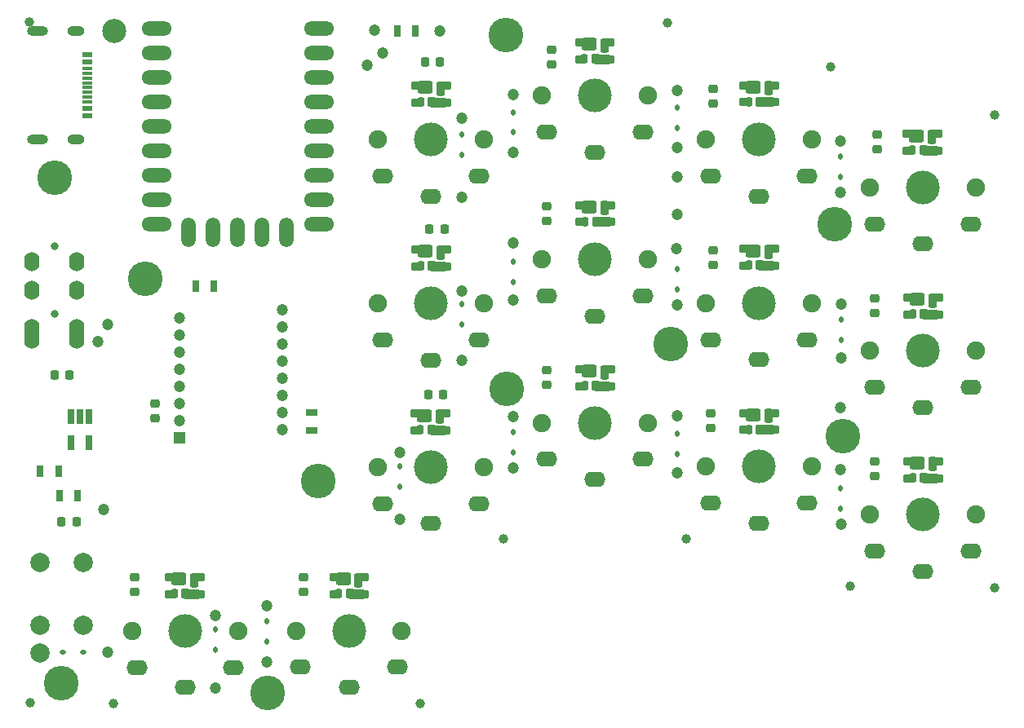
<source format=gbr>
%TF.GenerationSoftware,KiCad,Pcbnew,7.0.2*%
%TF.CreationDate,2024-03-22T10:09:10-05:00*%
%TF.ProjectId,02_capsule5_right,30325f63-6170-4737-956c-65355f726967,v1.0.0*%
%TF.SameCoordinates,Original*%
%TF.FileFunction,Soldermask,Bot*%
%TF.FilePolarity,Negative*%
%FSLAX46Y46*%
G04 Gerber Fmt 4.6, Leading zero omitted, Abs format (unit mm)*
G04 Created by KiCad (PCBNEW 7.0.2) date 2024-03-22 10:09:10*
%MOMM*%
%LPD*%
G01*
G04 APERTURE LIST*
G04 Aperture macros list*
%AMRoundRect*
0 Rectangle with rounded corners*
0 $1 Rounding radius*
0 $2 $3 $4 $5 $6 $7 $8 $9 X,Y pos of 4 corners*
0 Add a 4 corners polygon primitive as box body*
4,1,4,$2,$3,$4,$5,$6,$7,$8,$9,$2,$3,0*
0 Add four circle primitives for the rounded corners*
1,1,$1+$1,$2,$3*
1,1,$1+$1,$4,$5*
1,1,$1+$1,$6,$7*
1,1,$1+$1,$8,$9*
0 Add four rect primitives between the rounded corners*
20,1,$1+$1,$2,$3,$4,$5,0*
20,1,$1+$1,$4,$5,$6,$7,0*
20,1,$1+$1,$6,$7,$8,$9,0*
20,1,$1+$1,$8,$9,$2,$3,0*%
G04 Aperture macros list end*
%ADD10C,2.500000*%
%ADD11C,1.200000*%
%ADD12C,2.000000*%
%ADD13O,3.130000X1.500000*%
%ADD14O,1.500000X3.090000*%
%ADD15C,0.400000*%
%ADD16C,3.600000*%
%ADD17R,1.200000X1.200000*%
%ADD18RoundRect,0.225000X0.250000X-0.225000X0.250000X0.225000X-0.250000X0.225000X-0.250000X-0.225000X0*%
%ADD19RoundRect,0.112500X-0.112500X0.187500X-0.112500X-0.187500X0.112500X-0.187500X0.112500X0.187500X0*%
%ADD20C,1.900000*%
%ADD21C,3.500000*%
%ADD22O,2.200000X1.600000*%
%ADD23C,1.000000*%
%ADD24R,1.300000X0.700000*%
%ADD25RoundRect,0.225000X0.225000X0.250000X-0.225000X0.250000X-0.225000X-0.250000X0.225000X-0.250000X0*%
%ADD26R,0.700000X1.300000*%
%ADD27C,0.800000*%
%ADD28O,1.600000X2.000000*%
%ADD29RoundRect,0.219550X0.125450X0.275450X-0.125450X0.275450X-0.125450X-0.275450X0.125450X-0.275450X0*%
%ADD30RoundRect,0.219750X0.300250X0.225250X-0.300250X0.225250X-0.300250X-0.225250X0.300250X-0.225250X0*%
%ADD31RoundRect,0.220000X0.575000X0.425000X-0.575000X0.425000X-0.575000X-0.425000X0.575000X-0.425000X0*%
%ADD32RoundRect,0.232500X0.212500X0.512500X-0.212500X0.512500X-0.212500X-0.512500X0.212500X-0.512500X0*%
%ADD33RoundRect,0.020000X0.800000X0.425000X-0.800000X0.425000X-0.800000X-0.425000X0.800000X-0.425000X0*%
%ADD34RoundRect,0.225625X0.231875X0.269375X-0.231875X0.269375X-0.231875X-0.269375X0.231875X-0.269375X0*%
%ADD35RoundRect,0.225000X-0.250000X0.225000X-0.250000X-0.225000X0.250000X-0.225000X0.250000X0.225000X0*%
%ADD36R,1.100000X0.600000*%
%ADD37R,1.100000X0.300000*%
%ADD38O,2.200000X1.000000*%
%ADD39O,1.800000X1.000000*%
%ADD40RoundRect,0.112500X0.187500X0.112500X-0.187500X0.112500X-0.187500X-0.112500X0.187500X-0.112500X0*%
%ADD41R,0.650000X1.560000*%
G04 APERTURE END LIST*
D10*
%TO.C,REF\u002A\u002A*%
X165650000Y-46500000D03*
%TD*%
D11*
%TO.C,*%
X224000000Y-65550000D03*
%TD*%
%TO.C,*%
X193500000Y-48800000D03*
%TD*%
%TO.C,*%
X224000000Y-61700000D03*
%TD*%
D12*
%TO.C,*%
X157890000Y-111080000D03*
%TD*%
D13*
%TO.C,U1*%
X186875478Y-46285769D03*
X186875478Y-48825769D03*
X186875478Y-51365769D03*
X186875478Y-53905769D03*
X186875478Y-56445769D03*
X186875478Y-58985769D03*
X186875478Y-61525769D03*
X186875478Y-64065769D03*
X186875478Y-66605769D03*
D14*
X183520478Y-67400769D03*
X180980478Y-67400769D03*
X178440478Y-67400769D03*
X175900478Y-67400769D03*
X173360478Y-67400769D03*
D13*
X170005478Y-66605769D03*
X170005478Y-64065769D03*
X170005478Y-61525769D03*
X170005478Y-58985769D03*
X170005478Y-56445769D03*
X170005478Y-53905769D03*
X170005478Y-51365769D03*
X170005478Y-48825769D03*
X170005478Y-46285769D03*
%TD*%
D15*
%TO.C,U3*%
X167329807Y-72215728D03*
X167779807Y-71165728D03*
X167779807Y-73265728D03*
X168829807Y-70715728D03*
D16*
X168829807Y-72215728D03*
D15*
X168829807Y-73715728D03*
X169879807Y-71165728D03*
X169879807Y-73265728D03*
X170329807Y-72215728D03*
X185319807Y-93205728D03*
X185769807Y-92155728D03*
X185769807Y-94255728D03*
X186819807Y-91705728D03*
D16*
X186819807Y-93205728D03*
D15*
X186819807Y-94705728D03*
X187869807Y-92155728D03*
X187869807Y-94255728D03*
X188319807Y-93205728D03*
D17*
X172400000Y-88800000D03*
D11*
X172400000Y-87020000D03*
X172400000Y-85240000D03*
X172400000Y-83460000D03*
X172400000Y-81680000D03*
X172400000Y-79900000D03*
X172400000Y-78120000D03*
X172400000Y-76340000D03*
X183100000Y-75450000D03*
X183100000Y-77230000D03*
X183100000Y-79010000D03*
X183100000Y-80790000D03*
X183100000Y-82570000D03*
X183100000Y-84350000D03*
X183100000Y-86130000D03*
X183100000Y-87910000D03*
%TD*%
%TO.C,*%
X164500000Y-96200000D03*
%TD*%
%TO.C,*%
X241000000Y-85650000D03*
%TD*%
%TO.C,*%
X191855000Y-50070000D03*
%TD*%
D18*
%TO.C,C6*%
X227750000Y-70800000D03*
X227750000Y-69250000D03*
%TD*%
D19*
%TO.C,D14*%
X176090478Y-108685769D03*
X176090478Y-110785769D03*
%TD*%
D15*
%TO.C,REF\u002A\u002A*%
X242699042Y-88600000D03*
X242249042Y-89650000D03*
X242249042Y-87550000D03*
X241199042Y-90100000D03*
D16*
X241199042Y-88600000D03*
D15*
X241199042Y-87100000D03*
X240149042Y-89650000D03*
X240149042Y-87550000D03*
X239699042Y-88600000D03*
%TD*%
D18*
%TO.C,C2*%
X227750000Y-54050000D03*
X227750000Y-52500000D03*
%TD*%
D20*
%TO.C,SW14*%
X178463232Y-108802659D03*
D21*
X172963232Y-108802659D03*
D20*
X167463232Y-108802659D03*
D22*
X172963232Y-114702659D03*
X177963232Y-112602659D03*
X167963232Y-112602659D03*
%TD*%
D19*
%TO.C,D06*%
X224040478Y-71235769D03*
X224040478Y-73335769D03*
%TD*%
D18*
%TO.C,C3*%
X211000000Y-50000000D03*
X211000000Y-48450000D03*
%TD*%
D23*
%TO.C,REF\u002A\u002A*%
X205999042Y-99300000D03*
%TD*%
D24*
%TO.C,R4*%
X186109807Y-88000000D03*
X186109807Y-86100000D03*
%TD*%
D15*
%TO.C,REF\u002A\u002A*%
X182999042Y-115300000D03*
X182549042Y-116350000D03*
X182549042Y-114250000D03*
X181499042Y-116800000D03*
D16*
X181499042Y-115300000D03*
D15*
X181499042Y-113800000D03*
X180449042Y-116350000D03*
X180449042Y-114250000D03*
X179999042Y-115300000D03*
%TD*%
D11*
%TO.C,*%
X192640478Y-46435769D03*
%TD*%
D20*
%TO.C,SW05*%
X255012350Y-79740283D03*
D21*
X249512350Y-79740283D03*
D20*
X244012350Y-79740283D03*
D22*
X249512350Y-85640283D03*
X254512350Y-83540283D03*
X244512350Y-83540283D03*
%TD*%
D11*
%TO.C,*%
X201690478Y-55585769D03*
%TD*%
D18*
%TO.C,C13*%
X185250000Y-104800000D03*
X185250000Y-103250000D03*
%TD*%
D25*
%TO.C,C4*%
X199424042Y-49700000D03*
X197874042Y-49700000D03*
%TD*%
D11*
%TO.C,*%
X181440478Y-112050000D03*
%TD*%
%TO.C,*%
X163899042Y-78750000D03*
%TD*%
D23*
%TO.C,REF\u002A\u002A*%
X256999042Y-55200000D03*
%TD*%
D19*
%TO.C,D07*%
X206990478Y-70485769D03*
X206990478Y-72585769D03*
%TD*%
D11*
%TO.C,*%
X164969042Y-77030000D03*
%TD*%
D26*
%TO.C,R3*%
X159949042Y-94750000D03*
X161849042Y-94750000D03*
%TD*%
D11*
%TO.C,*%
X224000000Y-52675000D03*
%TD*%
D27*
%TO.C,U2*%
X159399042Y-75850000D03*
X159399042Y-68850000D03*
D28*
X161699042Y-78550000D03*
X157099042Y-78550000D03*
X161699042Y-77450000D03*
X157099042Y-77450000D03*
X161699042Y-73450000D03*
X157099042Y-73450000D03*
X161699042Y-70450000D03*
X157099042Y-70450000D03*
%TD*%
D23*
%TO.C,REF\u002A\u002A*%
X165499042Y-116335769D03*
%TD*%
D26*
%TO.C,R1*%
X194990478Y-46535769D03*
X196890478Y-46535769D03*
%TD*%
D11*
%TO.C,*%
X195250000Y-90250000D03*
%TD*%
%TO.C,*%
X201690478Y-63785769D03*
%TD*%
%TO.C,*%
X241040478Y-97735769D03*
%TD*%
%TO.C,*%
X206990478Y-91900000D03*
%TD*%
%TO.C,*%
X176090478Y-114715769D03*
%TD*%
D29*
%TO.C,LED02*%
X231469042Y-53850000D03*
D30*
X230999042Y-53900000D03*
D31*
X231924042Y-52345000D03*
D30*
X230999042Y-52150000D03*
X234099042Y-52150000D03*
D32*
X233524042Y-52450000D03*
D30*
X234099042Y-53900000D03*
D33*
X233299042Y-53900000D03*
D34*
X232624042Y-53850000D03*
%TD*%
D18*
%TO.C,C14*%
X167750000Y-104750000D03*
X167750000Y-103200000D03*
%TD*%
D23*
%TO.C,REF\u002A\u002A*%
X224999042Y-99300000D03*
%TD*%
D29*
%TO.C,LED09*%
X248494042Y-92905000D03*
D30*
X248024042Y-92955000D03*
D31*
X248949042Y-91400000D03*
D30*
X248024042Y-91205000D03*
X251124042Y-91205000D03*
D32*
X250549042Y-91505000D03*
D30*
X251124042Y-92955000D03*
D33*
X250324042Y-92955000D03*
D34*
X249649042Y-92905000D03*
%TD*%
D19*
%TO.C,D13*%
X181490478Y-107835769D03*
X181490478Y-109935769D03*
%TD*%
D35*
%TO.C,C17*%
X169859807Y-85195728D03*
X169859807Y-86745728D03*
%TD*%
D23*
%TO.C,REF\u002A\u002A*%
X197399042Y-116335769D03*
%TD*%
D18*
%TO.C,C11*%
X210500000Y-83250000D03*
X210500000Y-81700000D03*
%TD*%
D19*
%TO.C,D08*%
X201690478Y-74900000D03*
X201690478Y-77000000D03*
%TD*%
D11*
%TO.C,*%
X241040478Y-80435769D03*
%TD*%
D23*
%TO.C,REF\u002A\u002A*%
X256999042Y-104300000D03*
%TD*%
D11*
%TO.C,*%
X201690478Y-73500000D03*
%TD*%
%TO.C,*%
X206990478Y-68535769D03*
%TD*%
D20*
%TO.C,SW07*%
X221011817Y-70203948D03*
D21*
X215511817Y-70203948D03*
D20*
X210011817Y-70203948D03*
D22*
X215511817Y-76103948D03*
X220511817Y-74003948D03*
X210511817Y-74003948D03*
%TD*%
D29*
%TO.C,LED12*%
X197369042Y-87950000D03*
D30*
X196899042Y-88000000D03*
D31*
X197824042Y-86445000D03*
D30*
X196899042Y-86250000D03*
X199999042Y-86250000D03*
D32*
X199424042Y-86550000D03*
D30*
X199999042Y-88000000D03*
D33*
X199199042Y-88000000D03*
D34*
X198524042Y-87950000D03*
%TD*%
D18*
%TO.C,C5*%
X244500000Y-75800000D03*
X244500000Y-74250000D03*
%TD*%
D36*
%TO.C,J1*%
X162834190Y-55344234D03*
X162834190Y-54544234D03*
D37*
X162834190Y-53394234D03*
X162834190Y-52394234D03*
X162834190Y-51894234D03*
X162834190Y-50894234D03*
D36*
X162834190Y-49744234D03*
X162834190Y-48944234D03*
X162834190Y-48944234D03*
X162834190Y-49744234D03*
D37*
X162834190Y-50394234D03*
X162834190Y-51394234D03*
X162834190Y-52894234D03*
X162834190Y-53894234D03*
D36*
X162834190Y-54544234D03*
X162834190Y-55344234D03*
D38*
X157684190Y-57764234D03*
D39*
X161684190Y-57764234D03*
D38*
X157684190Y-46524234D03*
D39*
X161684190Y-46524234D03*
%TD*%
D20*
%TO.C,SW03*%
X221011818Y-53203948D03*
D21*
X215511818Y-53203948D03*
D20*
X210011818Y-53203948D03*
D22*
X215511818Y-59103948D03*
X220511818Y-57003948D03*
X210511818Y-57003948D03*
%TD*%
D20*
%TO.C,SW06*%
X238012112Y-74759163D03*
D21*
X232512112Y-74759163D03*
D20*
X227012112Y-74759163D03*
D22*
X232512112Y-80659163D03*
X237512112Y-78559163D03*
X227512112Y-78559163D03*
%TD*%
D15*
%TO.C,REF\u002A\u002A*%
X207849042Y-83650000D03*
X207399042Y-84700000D03*
X207399042Y-82600000D03*
X206349042Y-85150000D03*
D16*
X206349042Y-83650000D03*
D15*
X206349042Y-82150000D03*
X205299042Y-84700000D03*
X205299042Y-82600000D03*
X204849042Y-83650000D03*
%TD*%
D20*
%TO.C,SW10*%
X238012111Y-91759164D03*
D21*
X232512111Y-91759164D03*
D20*
X227012111Y-91759164D03*
D22*
X232512111Y-97659164D03*
X237512111Y-95559164D03*
X227512111Y-95559164D03*
%TD*%
D29*
%TO.C,LED10*%
X231469042Y-87900000D03*
D30*
X230999042Y-87950000D03*
D31*
X231924042Y-86395000D03*
D30*
X230999042Y-86200000D03*
X234099042Y-86200000D03*
D32*
X233524042Y-86500000D03*
D30*
X234099042Y-87950000D03*
D33*
X233299042Y-87950000D03*
D34*
X232624042Y-87900000D03*
%TD*%
D18*
%TO.C,C1*%
X244750000Y-58825000D03*
X244750000Y-57275000D03*
%TD*%
D29*
%TO.C,LED04*%
X197419042Y-53900000D03*
D30*
X196949042Y-53950000D03*
D31*
X197874042Y-52395000D03*
D30*
X196949042Y-52200000D03*
X200049042Y-52200000D03*
D32*
X199474042Y-52500000D03*
D30*
X200049042Y-53950000D03*
D33*
X199249042Y-53950000D03*
D34*
X198574042Y-53900000D03*
%TD*%
D11*
%TO.C,*%
X240990478Y-92085769D03*
%TD*%
D23*
%TO.C,REF\u002A\u002A*%
X222999042Y-45700000D03*
%TD*%
D20*
%TO.C,SW09*%
X255012349Y-96740284D03*
D21*
X249512349Y-96740284D03*
D20*
X244012349Y-96740284D03*
D22*
X249512349Y-102640284D03*
X254512349Y-100540284D03*
X244512349Y-100540284D03*
%TD*%
D15*
%TO.C,REF\u002A\u002A*%
X207749042Y-46950000D03*
X207299042Y-48000000D03*
X207299042Y-45900000D03*
X206249042Y-48450000D03*
D16*
X206249042Y-46950000D03*
D15*
X206249042Y-45450000D03*
X205199042Y-48000000D03*
X205199042Y-45900000D03*
X204749042Y-46950000D03*
%TD*%
D18*
%TO.C,C7*%
X210500000Y-66250000D03*
X210500000Y-64700000D03*
%TD*%
D11*
%TO.C,*%
X224040478Y-92385769D03*
%TD*%
%TO.C,*%
X224040478Y-58635769D03*
%TD*%
D26*
%TO.C,R5*%
X174050000Y-73000000D03*
X175950000Y-73000000D03*
%TD*%
D19*
%TO.C,D04*%
X201690478Y-57285769D03*
X201690478Y-59385769D03*
%TD*%
D18*
%TO.C,C10*%
X227500000Y-87750000D03*
X227500000Y-86200000D03*
%TD*%
D29*
%TO.C,LED05*%
X248494042Y-75905000D03*
D30*
X248024042Y-75955000D03*
D31*
X248949042Y-74400000D03*
D30*
X248024042Y-74205000D03*
X251124042Y-74205000D03*
D32*
X250549042Y-74505000D03*
D30*
X251124042Y-75955000D03*
D33*
X250324042Y-75955000D03*
D34*
X249649042Y-75905000D03*
%TD*%
D19*
%TO.C,D01*%
X240990478Y-59585769D03*
X240990478Y-61685769D03*
%TD*%
D11*
%TO.C,*%
X201649042Y-80750000D03*
%TD*%
D20*
%TO.C,SW13*%
X195463467Y-108794157D03*
D21*
X189963467Y-108794157D03*
D20*
X184463467Y-108794157D03*
D22*
X189963467Y-114694157D03*
X194963467Y-112594157D03*
X184963467Y-112594157D03*
%TD*%
D19*
%TO.C,D10*%
X224040478Y-88335769D03*
X224040478Y-90435769D03*
%TD*%
D11*
%TO.C,*%
X241040478Y-74835769D03*
%TD*%
D23*
%TO.C,REF\u002A\u002A*%
X156899042Y-116250000D03*
%TD*%
D25*
%TO.C,C16*%
X161000000Y-82250000D03*
X159450000Y-82250000D03*
%TD*%
D29*
%TO.C,LED06*%
X231469042Y-70850000D03*
D30*
X230999042Y-70900000D03*
D31*
X231924042Y-69345000D03*
D30*
X230999042Y-69150000D03*
X234099042Y-69150000D03*
D32*
X233524042Y-69450000D03*
D30*
X234099042Y-70900000D03*
D33*
X233299042Y-70900000D03*
D34*
X232624042Y-70850000D03*
%TD*%
D20*
%TO.C,SW12*%
X203999265Y-91787819D03*
D21*
X198499265Y-91787819D03*
D20*
X192999265Y-91787819D03*
D22*
X198499265Y-97687819D03*
X203499265Y-95587819D03*
X193499265Y-95587819D03*
%TD*%
D20*
%TO.C,SW08*%
X203999265Y-74787819D03*
D21*
X198499265Y-74787819D03*
D20*
X192999265Y-74787819D03*
D22*
X198499265Y-80687819D03*
X203499265Y-78587819D03*
X193499265Y-78587819D03*
%TD*%
D20*
%TO.C,SW11*%
X221011816Y-87203949D03*
D21*
X215511816Y-87203949D03*
D20*
X210011816Y-87203949D03*
D22*
X215511816Y-93103949D03*
X220511816Y-91003949D03*
X210511816Y-91003949D03*
%TD*%
D29*
%TO.C,LED07*%
X214469042Y-66300000D03*
D30*
X213999042Y-66350000D03*
D31*
X214924042Y-64795000D03*
D30*
X213999042Y-64600000D03*
X217099042Y-64600000D03*
D32*
X216524042Y-64900000D03*
D30*
X217099042Y-66350000D03*
D33*
X216299042Y-66350000D03*
D34*
X215624042Y-66300000D03*
%TD*%
D11*
%TO.C,*%
X206999042Y-53150000D03*
%TD*%
%TO.C,*%
X195250000Y-97250000D03*
%TD*%
%TO.C,*%
X164910000Y-111060000D03*
%TD*%
D26*
%TO.C,R2*%
X159849042Y-92250000D03*
X157949042Y-92250000D03*
%TD*%
D19*
%TO.C,D05*%
X241040478Y-76485769D03*
X241040478Y-78585769D03*
%TD*%
D29*
%TO.C,LED03*%
X214419042Y-49400000D03*
D30*
X213949042Y-49450000D03*
D31*
X214874042Y-47895000D03*
D30*
X213949042Y-47700000D03*
X217049042Y-47700000D03*
D32*
X216474042Y-48000000D03*
D30*
X217049042Y-49450000D03*
D33*
X216249042Y-49450000D03*
D34*
X215574042Y-49400000D03*
%TD*%
D19*
%TO.C,D09*%
X240990478Y-93985769D03*
X240990478Y-96085769D03*
%TD*%
D25*
%TO.C,C15*%
X161699042Y-97500000D03*
X160149042Y-97500000D03*
%TD*%
D11*
%TO.C,*%
X224040478Y-74985769D03*
%TD*%
%TO.C,*%
X199440478Y-46535769D03*
%TD*%
D29*
%TO.C,LED08*%
X197419042Y-70900000D03*
D30*
X196949042Y-70950000D03*
D31*
X197874042Y-69395000D03*
D30*
X196949042Y-69200000D03*
X200049042Y-69200000D03*
D32*
X199474042Y-69500000D03*
D30*
X200049042Y-70950000D03*
D33*
X199249042Y-70950000D03*
D34*
X198574042Y-70900000D03*
%TD*%
D20*
%TO.C,SW02*%
X238012111Y-57759164D03*
D21*
X232512111Y-57759164D03*
D20*
X227012111Y-57759164D03*
D22*
X232512111Y-63659164D03*
X237512111Y-61559164D03*
X227512111Y-61559164D03*
%TD*%
D40*
%TO.C,D15*%
X162370000Y-111060000D03*
X160270000Y-111060000D03*
%TD*%
D29*
%TO.C,LED11*%
X214444042Y-83355000D03*
D30*
X213974042Y-83405000D03*
D31*
X214899042Y-81850000D03*
D30*
X213974042Y-81655000D03*
X217074042Y-81655000D03*
D32*
X216499042Y-81955000D03*
D30*
X217074042Y-83405000D03*
D33*
X216274042Y-83405000D03*
D34*
X215599042Y-83355000D03*
%TD*%
D15*
%TO.C,REF\u002A\u002A*%
X161649042Y-114250000D03*
X161199042Y-115300000D03*
X161199042Y-113200000D03*
X160149042Y-115750000D03*
D16*
X160149042Y-114250000D03*
D15*
X160149042Y-112750000D03*
X159099042Y-115300000D03*
X159099042Y-113200000D03*
X158649042Y-114250000D03*
%TD*%
D11*
%TO.C,*%
X207049042Y-59100000D03*
%TD*%
D15*
%TO.C,REF\u002A\u002A*%
X241849042Y-66600000D03*
X241399042Y-67650000D03*
X241399042Y-65550000D03*
X240349042Y-68100000D03*
D16*
X240349042Y-66600000D03*
D15*
X240349042Y-65100000D03*
X239299042Y-67650000D03*
X239299042Y-65550000D03*
X238849042Y-66600000D03*
%TD*%
D11*
%TO.C,*%
X224040478Y-86435769D03*
%TD*%
D19*
%TO.C,D12*%
X195250000Y-91750000D03*
X195250000Y-93850000D03*
%TD*%
D25*
%TO.C,C8*%
X199874042Y-67100000D03*
X198324042Y-67100000D03*
%TD*%
D29*
%TO.C,LED14*%
X171869042Y-104950000D03*
D30*
X171399042Y-105000000D03*
D31*
X172324042Y-103445000D03*
D30*
X171399042Y-103250000D03*
X174499042Y-103250000D03*
D32*
X173924042Y-103550000D03*
D30*
X174499042Y-105000000D03*
D33*
X173699042Y-105000000D03*
D34*
X173024042Y-104950000D03*
%TD*%
D29*
%TO.C,LED13*%
X188919042Y-104950000D03*
D30*
X188449042Y-105000000D03*
D31*
X189374042Y-103445000D03*
D30*
X188449042Y-103250000D03*
X191549042Y-103250000D03*
D32*
X190974042Y-103550000D03*
D30*
X191549042Y-105000000D03*
D33*
X190749042Y-105000000D03*
D34*
X190074042Y-104950000D03*
%TD*%
D29*
%TO.C,LED01*%
X248419042Y-58900000D03*
D30*
X247949042Y-58950000D03*
D31*
X248874042Y-57395000D03*
D30*
X247949042Y-57200000D03*
X251049042Y-57200000D03*
D32*
X250474042Y-57500000D03*
D30*
X251049042Y-58950000D03*
D33*
X250249042Y-58950000D03*
D34*
X249574042Y-58900000D03*
%TD*%
D15*
%TO.C,REF\u002A\u002A*%
X160899042Y-61750000D03*
X160449042Y-62800000D03*
X160449042Y-60700000D03*
X159399042Y-63250000D03*
D16*
X159399042Y-61750000D03*
D15*
X159399042Y-60250000D03*
X158349042Y-62800000D03*
X158349042Y-60700000D03*
X157899042Y-61750000D03*
%TD*%
D11*
%TO.C,*%
X181490478Y-106185769D03*
%TD*%
%TO.C,*%
X206990478Y-74435769D03*
%TD*%
D19*
%TO.C,D11*%
X206999042Y-88200000D03*
X206999042Y-90300000D03*
%TD*%
D20*
%TO.C,SW04*%
X203999264Y-57787820D03*
D21*
X198499264Y-57787820D03*
D20*
X192999264Y-57787820D03*
D22*
X198499264Y-63687820D03*
X203499264Y-61587820D03*
X193499264Y-61587820D03*
%TD*%
D23*
%TO.C,REF\u002A\u002A*%
X239999042Y-50200000D03*
%TD*%
D11*
%TO.C,*%
X223990478Y-69135769D03*
%TD*%
D19*
%TO.C,D02*%
X224040478Y-54485769D03*
X224040478Y-56585769D03*
%TD*%
D11*
%TO.C,*%
X240990478Y-57935769D03*
%TD*%
%TO.C,*%
X240990478Y-63235769D03*
%TD*%
D18*
%TO.C,C9*%
X244500000Y-92750000D03*
X244500000Y-91200000D03*
%TD*%
D11*
%TO.C,*%
X206999042Y-86600000D03*
%TD*%
D25*
%TO.C,C12*%
X199749042Y-84250000D03*
X198199042Y-84250000D03*
%TD*%
D11*
%TO.C,*%
X176090478Y-107235769D03*
%TD*%
D23*
%TO.C,REF\u002A\u002A*%
X241999042Y-104200000D03*
%TD*%
%TO.C,REF\u002A\u002A*%
X156799042Y-45550000D03*
%TD*%
D41*
%TO.C,IC1*%
X161100000Y-86600000D03*
X162050000Y-86600000D03*
X163000000Y-86600000D03*
X163000000Y-89300000D03*
X161100000Y-89300000D03*
%TD*%
D12*
%TO.C,SW15*%
X157899042Y-101750000D03*
X157899042Y-108250000D03*
X162399042Y-101750000D03*
X162399042Y-108250000D03*
%TD*%
D19*
%TO.C,D03*%
X207040478Y-54950000D03*
X207040478Y-57050000D03*
%TD*%
D20*
%TO.C,SW01*%
X255012350Y-62740284D03*
D21*
X249512350Y-62740284D03*
D20*
X244012350Y-62740284D03*
D22*
X249512350Y-68640284D03*
X254512350Y-66540284D03*
X244512350Y-66540284D03*
%TD*%
D15*
%TO.C,REF\u002A\u002A*%
X224849042Y-79050000D03*
X224399042Y-80100000D03*
X224399042Y-78000000D03*
X223349042Y-80550000D03*
D16*
X223349042Y-79050000D03*
D15*
X223349042Y-77550000D03*
X222299042Y-80100000D03*
X222299042Y-78000000D03*
X221849042Y-79050000D03*
%TD*%
%TO.C,REF\u002A\u002A*%
X160899042Y-61750000D03*
X160449042Y-62800000D03*
X160449042Y-60700000D03*
X159399042Y-63250000D03*
D16*
X159399042Y-61750000D03*
D15*
X159399042Y-60250000D03*
X158349042Y-62800000D03*
X158349042Y-60700000D03*
X157899042Y-61750000D03*
%TD*%
M02*

</source>
